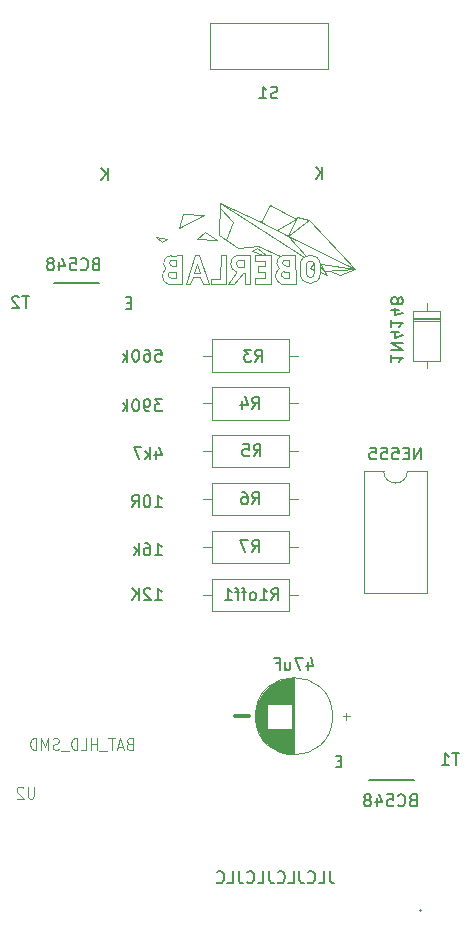
<source format=gbr>
%TF.GenerationSoftware,KiCad,Pcbnew,9.0.6*%
%TF.CreationDate,2025-11-24T07:47:15+01:00*%
%TF.ProjectId,Jo_Rabbit,4a6f5f52-6162-4626-9974-2e6b69636164,rev?*%
%TF.SameCoordinates,Original*%
%TF.FileFunction,Legend,Bot*%
%TF.FilePolarity,Positive*%
%FSLAX46Y46*%
G04 Gerber Fmt 4.6, Leading zero omitted, Abs format (unit mm)*
G04 Created by KiCad (PCBNEW 9.0.6) date 2025-11-24 07:47:15*
%MOMM*%
%LPD*%
G01*
G04 APERTURE LIST*
%ADD10C,0.150000*%
%ADD11C,0.300000*%
%ADD12C,0.050000*%
%ADD13C,0.120000*%
%ADD14C,0.010000*%
G04 APERTURE END LIST*
D10*
X124500000Y-147950000D02*
X128300000Y-147900000D01*
X97795000Y-105900000D02*
X101605000Y-105900000D01*
X106369429Y-128899819D02*
X106940857Y-128899819D01*
X106655143Y-128899819D02*
X106655143Y-127899819D01*
X106655143Y-127899819D02*
X106750381Y-128042676D01*
X106750381Y-128042676D02*
X106845619Y-128137914D01*
X106845619Y-128137914D02*
X106940857Y-128185533D01*
X105512286Y-127899819D02*
X105702762Y-127899819D01*
X105702762Y-127899819D02*
X105798000Y-127947438D01*
X105798000Y-127947438D02*
X105845619Y-127995057D01*
X105845619Y-127995057D02*
X105940857Y-128137914D01*
X105940857Y-128137914D02*
X105988476Y-128328390D01*
X105988476Y-128328390D02*
X105988476Y-128709342D01*
X105988476Y-128709342D02*
X105940857Y-128804580D01*
X105940857Y-128804580D02*
X105893238Y-128852200D01*
X105893238Y-128852200D02*
X105798000Y-128899819D01*
X105798000Y-128899819D02*
X105607524Y-128899819D01*
X105607524Y-128899819D02*
X105512286Y-128852200D01*
X105512286Y-128852200D02*
X105464667Y-128804580D01*
X105464667Y-128804580D02*
X105417048Y-128709342D01*
X105417048Y-128709342D02*
X105417048Y-128471247D01*
X105417048Y-128471247D02*
X105464667Y-128376009D01*
X105464667Y-128376009D02*
X105512286Y-128328390D01*
X105512286Y-128328390D02*
X105607524Y-128280771D01*
X105607524Y-128280771D02*
X105798000Y-128280771D01*
X105798000Y-128280771D02*
X105893238Y-128328390D01*
X105893238Y-128328390D02*
X105940857Y-128376009D01*
X105940857Y-128376009D02*
X105988476Y-128471247D01*
X104988476Y-128899819D02*
X104988476Y-127899819D01*
X104893238Y-128518866D02*
X104607524Y-128899819D01*
X104607524Y-128233152D02*
X104988476Y-128614104D01*
X102413220Y-97144819D02*
X102413220Y-96144819D01*
X101841792Y-97144819D02*
X102270363Y-96573390D01*
X101841792Y-96144819D02*
X102413220Y-96716247D01*
X122163220Y-146346009D02*
X121829887Y-146346009D01*
X121687030Y-146869819D02*
X122163220Y-146869819D01*
X122163220Y-146869819D02*
X122163220Y-145869819D01*
X122163220Y-145869819D02*
X121687030Y-145869819D01*
X95706077Y-106969819D02*
X95134649Y-106969819D01*
X95420363Y-107969819D02*
X95420363Y-106969819D01*
X94848934Y-107065057D02*
X94801315Y-107017438D01*
X94801315Y-107017438D02*
X94706077Y-106969819D01*
X94706077Y-106969819D02*
X94467982Y-106969819D01*
X94467982Y-106969819D02*
X94372744Y-107017438D01*
X94372744Y-107017438D02*
X94325125Y-107065057D01*
X94325125Y-107065057D02*
X94277506Y-107160295D01*
X94277506Y-107160295D02*
X94277506Y-107255533D01*
X94277506Y-107255533D02*
X94325125Y-107398390D01*
X94325125Y-107398390D02*
X94896553Y-107969819D01*
X94896553Y-107969819D02*
X94277506Y-107969819D01*
X132106077Y-145669819D02*
X131534649Y-145669819D01*
X131820363Y-146669819D02*
X131820363Y-145669819D01*
X130677506Y-146669819D02*
X131248934Y-146669819D01*
X130963220Y-146669819D02*
X130963220Y-145669819D01*
X130963220Y-145669819D02*
X131058458Y-145812676D01*
X131058458Y-145812676D02*
X131153696Y-145907914D01*
X131153696Y-145907914D02*
X131248934Y-145955533D01*
X104363220Y-107546009D02*
X104029887Y-107546009D01*
X103887030Y-108069819D02*
X104363220Y-108069819D01*
X104363220Y-108069819D02*
X104363220Y-107069819D01*
X104363220Y-107069819D02*
X103887030Y-107069819D01*
X126355180Y-111939411D02*
X126355180Y-112510839D01*
X126355180Y-112225125D02*
X127355180Y-112225125D01*
X127355180Y-112225125D02*
X127212323Y-112320363D01*
X127212323Y-112320363D02*
X127117085Y-112415601D01*
X127117085Y-112415601D02*
X127069466Y-112510839D01*
X126355180Y-111510839D02*
X127355180Y-111510839D01*
X127355180Y-111510839D02*
X126355180Y-110939411D01*
X126355180Y-110939411D02*
X127355180Y-110939411D01*
X127021847Y-110034649D02*
X126355180Y-110034649D01*
X127402800Y-110272744D02*
X126688514Y-110510839D01*
X126688514Y-110510839D02*
X126688514Y-109891792D01*
X126355180Y-108987030D02*
X126355180Y-109558458D01*
X126355180Y-109272744D02*
X127355180Y-109272744D01*
X127355180Y-109272744D02*
X127212323Y-109367982D01*
X127212323Y-109367982D02*
X127117085Y-109463220D01*
X127117085Y-109463220D02*
X127069466Y-109558458D01*
X127021847Y-108129887D02*
X126355180Y-108129887D01*
X127402800Y-108367982D02*
X126688514Y-108606077D01*
X126688514Y-108606077D02*
X126688514Y-107987030D01*
X126926609Y-107463220D02*
X126974228Y-107558458D01*
X126974228Y-107558458D02*
X127021847Y-107606077D01*
X127021847Y-107606077D02*
X127117085Y-107653696D01*
X127117085Y-107653696D02*
X127164704Y-107653696D01*
X127164704Y-107653696D02*
X127259942Y-107606077D01*
X127259942Y-107606077D02*
X127307561Y-107558458D01*
X127307561Y-107558458D02*
X127355180Y-107463220D01*
X127355180Y-107463220D02*
X127355180Y-107272744D01*
X127355180Y-107272744D02*
X127307561Y-107177506D01*
X127307561Y-107177506D02*
X127259942Y-107129887D01*
X127259942Y-107129887D02*
X127164704Y-107082268D01*
X127164704Y-107082268D02*
X127117085Y-107082268D01*
X127117085Y-107082268D02*
X127021847Y-107129887D01*
X127021847Y-107129887D02*
X126974228Y-107177506D01*
X126974228Y-107177506D02*
X126926609Y-107272744D01*
X126926609Y-107272744D02*
X126926609Y-107463220D01*
X126926609Y-107463220D02*
X126878990Y-107558458D01*
X126878990Y-107558458D02*
X126831371Y-107606077D01*
X126831371Y-107606077D02*
X126736133Y-107653696D01*
X126736133Y-107653696D02*
X126545657Y-107653696D01*
X126545657Y-107653696D02*
X126450419Y-107606077D01*
X126450419Y-107606077D02*
X126402800Y-107558458D01*
X126402800Y-107558458D02*
X126355180Y-107463220D01*
X126355180Y-107463220D02*
X126355180Y-107272744D01*
X126355180Y-107272744D02*
X126402800Y-107177506D01*
X126402800Y-107177506D02*
X126450419Y-107129887D01*
X126450419Y-107129887D02*
X126545657Y-107082268D01*
X126545657Y-107082268D02*
X126736133Y-107082268D01*
X126736133Y-107082268D02*
X126831371Y-107129887D01*
X126831371Y-107129887D02*
X126878990Y-107177506D01*
X126878990Y-107177506D02*
X126926609Y-107272744D01*
X121177506Y-155669819D02*
X121177506Y-156384104D01*
X121177506Y-156384104D02*
X121225125Y-156526961D01*
X121225125Y-156526961D02*
X121320363Y-156622200D01*
X121320363Y-156622200D02*
X121463220Y-156669819D01*
X121463220Y-156669819D02*
X121558458Y-156669819D01*
X120225125Y-156669819D02*
X120701315Y-156669819D01*
X120701315Y-156669819D02*
X120701315Y-155669819D01*
X119320363Y-156574580D02*
X119367982Y-156622200D01*
X119367982Y-156622200D02*
X119510839Y-156669819D01*
X119510839Y-156669819D02*
X119606077Y-156669819D01*
X119606077Y-156669819D02*
X119748934Y-156622200D01*
X119748934Y-156622200D02*
X119844172Y-156526961D01*
X119844172Y-156526961D02*
X119891791Y-156431723D01*
X119891791Y-156431723D02*
X119939410Y-156241247D01*
X119939410Y-156241247D02*
X119939410Y-156098390D01*
X119939410Y-156098390D02*
X119891791Y-155907914D01*
X119891791Y-155907914D02*
X119844172Y-155812676D01*
X119844172Y-155812676D02*
X119748934Y-155717438D01*
X119748934Y-155717438D02*
X119606077Y-155669819D01*
X119606077Y-155669819D02*
X119510839Y-155669819D01*
X119510839Y-155669819D02*
X119367982Y-155717438D01*
X119367982Y-155717438D02*
X119320363Y-155765057D01*
X118606077Y-155669819D02*
X118606077Y-156384104D01*
X118606077Y-156384104D02*
X118653696Y-156526961D01*
X118653696Y-156526961D02*
X118748934Y-156622200D01*
X118748934Y-156622200D02*
X118891791Y-156669819D01*
X118891791Y-156669819D02*
X118987029Y-156669819D01*
X117653696Y-156669819D02*
X118129886Y-156669819D01*
X118129886Y-156669819D02*
X118129886Y-155669819D01*
X116748934Y-156574580D02*
X116796553Y-156622200D01*
X116796553Y-156622200D02*
X116939410Y-156669819D01*
X116939410Y-156669819D02*
X117034648Y-156669819D01*
X117034648Y-156669819D02*
X117177505Y-156622200D01*
X117177505Y-156622200D02*
X117272743Y-156526961D01*
X117272743Y-156526961D02*
X117320362Y-156431723D01*
X117320362Y-156431723D02*
X117367981Y-156241247D01*
X117367981Y-156241247D02*
X117367981Y-156098390D01*
X117367981Y-156098390D02*
X117320362Y-155907914D01*
X117320362Y-155907914D02*
X117272743Y-155812676D01*
X117272743Y-155812676D02*
X117177505Y-155717438D01*
X117177505Y-155717438D02*
X117034648Y-155669819D01*
X117034648Y-155669819D02*
X116939410Y-155669819D01*
X116939410Y-155669819D02*
X116796553Y-155717438D01*
X116796553Y-155717438D02*
X116748934Y-155765057D01*
X116034648Y-155669819D02*
X116034648Y-156384104D01*
X116034648Y-156384104D02*
X116082267Y-156526961D01*
X116082267Y-156526961D02*
X116177505Y-156622200D01*
X116177505Y-156622200D02*
X116320362Y-156669819D01*
X116320362Y-156669819D02*
X116415600Y-156669819D01*
X115082267Y-156669819D02*
X115558457Y-156669819D01*
X115558457Y-156669819D02*
X115558457Y-155669819D01*
X114177505Y-156574580D02*
X114225124Y-156622200D01*
X114225124Y-156622200D02*
X114367981Y-156669819D01*
X114367981Y-156669819D02*
X114463219Y-156669819D01*
X114463219Y-156669819D02*
X114606076Y-156622200D01*
X114606076Y-156622200D02*
X114701314Y-156526961D01*
X114701314Y-156526961D02*
X114748933Y-156431723D01*
X114748933Y-156431723D02*
X114796552Y-156241247D01*
X114796552Y-156241247D02*
X114796552Y-156098390D01*
X114796552Y-156098390D02*
X114748933Y-155907914D01*
X114748933Y-155907914D02*
X114701314Y-155812676D01*
X114701314Y-155812676D02*
X114606076Y-155717438D01*
X114606076Y-155717438D02*
X114463219Y-155669819D01*
X114463219Y-155669819D02*
X114367981Y-155669819D01*
X114367981Y-155669819D02*
X114225124Y-155717438D01*
X114225124Y-155717438D02*
X114177505Y-155765057D01*
X113463219Y-155669819D02*
X113463219Y-156384104D01*
X113463219Y-156384104D02*
X113510838Y-156526961D01*
X113510838Y-156526961D02*
X113606076Y-156622200D01*
X113606076Y-156622200D02*
X113748933Y-156669819D01*
X113748933Y-156669819D02*
X113844171Y-156669819D01*
X112510838Y-156669819D02*
X112987028Y-156669819D01*
X112987028Y-156669819D02*
X112987028Y-155669819D01*
X111606076Y-156574580D02*
X111653695Y-156622200D01*
X111653695Y-156622200D02*
X111796552Y-156669819D01*
X111796552Y-156669819D02*
X111891790Y-156669819D01*
X111891790Y-156669819D02*
X112034647Y-156622200D01*
X112034647Y-156622200D02*
X112129885Y-156526961D01*
X112129885Y-156526961D02*
X112177504Y-156431723D01*
X112177504Y-156431723D02*
X112225123Y-156241247D01*
X112225123Y-156241247D02*
X112225123Y-156098390D01*
X112225123Y-156098390D02*
X112177504Y-155907914D01*
X112177504Y-155907914D02*
X112129885Y-155812676D01*
X112129885Y-155812676D02*
X112034647Y-155717438D01*
X112034647Y-155717438D02*
X111891790Y-155669819D01*
X111891790Y-155669819D02*
X111796552Y-155669819D01*
X111796552Y-155669819D02*
X111653695Y-155717438D01*
X111653695Y-155717438D02*
X111606076Y-155765057D01*
X101329887Y-104246009D02*
X101187030Y-104293628D01*
X101187030Y-104293628D02*
X101139411Y-104341247D01*
X101139411Y-104341247D02*
X101091792Y-104436485D01*
X101091792Y-104436485D02*
X101091792Y-104579342D01*
X101091792Y-104579342D02*
X101139411Y-104674580D01*
X101139411Y-104674580D02*
X101187030Y-104722200D01*
X101187030Y-104722200D02*
X101282268Y-104769819D01*
X101282268Y-104769819D02*
X101663220Y-104769819D01*
X101663220Y-104769819D02*
X101663220Y-103769819D01*
X101663220Y-103769819D02*
X101329887Y-103769819D01*
X101329887Y-103769819D02*
X101234649Y-103817438D01*
X101234649Y-103817438D02*
X101187030Y-103865057D01*
X101187030Y-103865057D02*
X101139411Y-103960295D01*
X101139411Y-103960295D02*
X101139411Y-104055533D01*
X101139411Y-104055533D02*
X101187030Y-104150771D01*
X101187030Y-104150771D02*
X101234649Y-104198390D01*
X101234649Y-104198390D02*
X101329887Y-104246009D01*
X101329887Y-104246009D02*
X101663220Y-104246009D01*
X100091792Y-104674580D02*
X100139411Y-104722200D01*
X100139411Y-104722200D02*
X100282268Y-104769819D01*
X100282268Y-104769819D02*
X100377506Y-104769819D01*
X100377506Y-104769819D02*
X100520363Y-104722200D01*
X100520363Y-104722200D02*
X100615601Y-104626961D01*
X100615601Y-104626961D02*
X100663220Y-104531723D01*
X100663220Y-104531723D02*
X100710839Y-104341247D01*
X100710839Y-104341247D02*
X100710839Y-104198390D01*
X100710839Y-104198390D02*
X100663220Y-104007914D01*
X100663220Y-104007914D02*
X100615601Y-103912676D01*
X100615601Y-103912676D02*
X100520363Y-103817438D01*
X100520363Y-103817438D02*
X100377506Y-103769819D01*
X100377506Y-103769819D02*
X100282268Y-103769819D01*
X100282268Y-103769819D02*
X100139411Y-103817438D01*
X100139411Y-103817438D02*
X100091792Y-103865057D01*
X99187030Y-103769819D02*
X99663220Y-103769819D01*
X99663220Y-103769819D02*
X99710839Y-104246009D01*
X99710839Y-104246009D02*
X99663220Y-104198390D01*
X99663220Y-104198390D02*
X99567982Y-104150771D01*
X99567982Y-104150771D02*
X99329887Y-104150771D01*
X99329887Y-104150771D02*
X99234649Y-104198390D01*
X99234649Y-104198390D02*
X99187030Y-104246009D01*
X99187030Y-104246009D02*
X99139411Y-104341247D01*
X99139411Y-104341247D02*
X99139411Y-104579342D01*
X99139411Y-104579342D02*
X99187030Y-104674580D01*
X99187030Y-104674580D02*
X99234649Y-104722200D01*
X99234649Y-104722200D02*
X99329887Y-104769819D01*
X99329887Y-104769819D02*
X99567982Y-104769819D01*
X99567982Y-104769819D02*
X99663220Y-104722200D01*
X99663220Y-104722200D02*
X99710839Y-104674580D01*
X98282268Y-104103152D02*
X98282268Y-104769819D01*
X98520363Y-103722200D02*
X98758458Y-104436485D01*
X98758458Y-104436485D02*
X98139411Y-104436485D01*
X97615601Y-104198390D02*
X97710839Y-104150771D01*
X97710839Y-104150771D02*
X97758458Y-104103152D01*
X97758458Y-104103152D02*
X97806077Y-104007914D01*
X97806077Y-104007914D02*
X97806077Y-103960295D01*
X97806077Y-103960295D02*
X97758458Y-103865057D01*
X97758458Y-103865057D02*
X97710839Y-103817438D01*
X97710839Y-103817438D02*
X97615601Y-103769819D01*
X97615601Y-103769819D02*
X97425125Y-103769819D01*
X97425125Y-103769819D02*
X97329887Y-103817438D01*
X97329887Y-103817438D02*
X97282268Y-103865057D01*
X97282268Y-103865057D02*
X97234649Y-103960295D01*
X97234649Y-103960295D02*
X97234649Y-104007914D01*
X97234649Y-104007914D02*
X97282268Y-104103152D01*
X97282268Y-104103152D02*
X97329887Y-104150771D01*
X97329887Y-104150771D02*
X97425125Y-104198390D01*
X97425125Y-104198390D02*
X97615601Y-104198390D01*
X97615601Y-104198390D02*
X97710839Y-104246009D01*
X97710839Y-104246009D02*
X97758458Y-104293628D01*
X97758458Y-104293628D02*
X97806077Y-104388866D01*
X97806077Y-104388866D02*
X97806077Y-104579342D01*
X97806077Y-104579342D02*
X97758458Y-104674580D01*
X97758458Y-104674580D02*
X97710839Y-104722200D01*
X97710839Y-104722200D02*
X97615601Y-104769819D01*
X97615601Y-104769819D02*
X97425125Y-104769819D01*
X97425125Y-104769819D02*
X97329887Y-104722200D01*
X97329887Y-104722200D02*
X97282268Y-104674580D01*
X97282268Y-104674580D02*
X97234649Y-104579342D01*
X97234649Y-104579342D02*
X97234649Y-104388866D01*
X97234649Y-104388866D02*
X97282268Y-104293628D01*
X97282268Y-104293628D02*
X97329887Y-104246009D01*
X97329887Y-104246009D02*
X97425125Y-104198390D01*
X120538220Y-97069819D02*
X120538220Y-96069819D01*
X119966792Y-97069819D02*
X120395363Y-96498390D01*
X119966792Y-96069819D02*
X120538220Y-96641247D01*
D11*
X114295489Y-142529400D02*
X113152632Y-142529400D01*
D10*
X128185887Y-149644009D02*
X128043030Y-149691628D01*
X128043030Y-149691628D02*
X127995411Y-149739247D01*
X127995411Y-149739247D02*
X127947792Y-149834485D01*
X127947792Y-149834485D02*
X127947792Y-149977342D01*
X127947792Y-149977342D02*
X127995411Y-150072580D01*
X127995411Y-150072580D02*
X128043030Y-150120200D01*
X128043030Y-150120200D02*
X128138268Y-150167819D01*
X128138268Y-150167819D02*
X128519220Y-150167819D01*
X128519220Y-150167819D02*
X128519220Y-149167819D01*
X128519220Y-149167819D02*
X128185887Y-149167819D01*
X128185887Y-149167819D02*
X128090649Y-149215438D01*
X128090649Y-149215438D02*
X128043030Y-149263057D01*
X128043030Y-149263057D02*
X127995411Y-149358295D01*
X127995411Y-149358295D02*
X127995411Y-149453533D01*
X127995411Y-149453533D02*
X128043030Y-149548771D01*
X128043030Y-149548771D02*
X128090649Y-149596390D01*
X128090649Y-149596390D02*
X128185887Y-149644009D01*
X128185887Y-149644009D02*
X128519220Y-149644009D01*
X126947792Y-150072580D02*
X126995411Y-150120200D01*
X126995411Y-150120200D02*
X127138268Y-150167819D01*
X127138268Y-150167819D02*
X127233506Y-150167819D01*
X127233506Y-150167819D02*
X127376363Y-150120200D01*
X127376363Y-150120200D02*
X127471601Y-150024961D01*
X127471601Y-150024961D02*
X127519220Y-149929723D01*
X127519220Y-149929723D02*
X127566839Y-149739247D01*
X127566839Y-149739247D02*
X127566839Y-149596390D01*
X127566839Y-149596390D02*
X127519220Y-149405914D01*
X127519220Y-149405914D02*
X127471601Y-149310676D01*
X127471601Y-149310676D02*
X127376363Y-149215438D01*
X127376363Y-149215438D02*
X127233506Y-149167819D01*
X127233506Y-149167819D02*
X127138268Y-149167819D01*
X127138268Y-149167819D02*
X126995411Y-149215438D01*
X126995411Y-149215438D02*
X126947792Y-149263057D01*
X126043030Y-149167819D02*
X126519220Y-149167819D01*
X126519220Y-149167819D02*
X126566839Y-149644009D01*
X126566839Y-149644009D02*
X126519220Y-149596390D01*
X126519220Y-149596390D02*
X126423982Y-149548771D01*
X126423982Y-149548771D02*
X126185887Y-149548771D01*
X126185887Y-149548771D02*
X126090649Y-149596390D01*
X126090649Y-149596390D02*
X126043030Y-149644009D01*
X126043030Y-149644009D02*
X125995411Y-149739247D01*
X125995411Y-149739247D02*
X125995411Y-149977342D01*
X125995411Y-149977342D02*
X126043030Y-150072580D01*
X126043030Y-150072580D02*
X126090649Y-150120200D01*
X126090649Y-150120200D02*
X126185887Y-150167819D01*
X126185887Y-150167819D02*
X126423982Y-150167819D01*
X126423982Y-150167819D02*
X126519220Y-150120200D01*
X126519220Y-150120200D02*
X126566839Y-150072580D01*
X125138268Y-149501152D02*
X125138268Y-150167819D01*
X125376363Y-149120200D02*
X125614458Y-149834485D01*
X125614458Y-149834485D02*
X124995411Y-149834485D01*
X124471601Y-149596390D02*
X124566839Y-149548771D01*
X124566839Y-149548771D02*
X124614458Y-149501152D01*
X124614458Y-149501152D02*
X124662077Y-149405914D01*
X124662077Y-149405914D02*
X124662077Y-149358295D01*
X124662077Y-149358295D02*
X124614458Y-149263057D01*
X124614458Y-149263057D02*
X124566839Y-149215438D01*
X124566839Y-149215438D02*
X124471601Y-149167819D01*
X124471601Y-149167819D02*
X124281125Y-149167819D01*
X124281125Y-149167819D02*
X124185887Y-149215438D01*
X124185887Y-149215438D02*
X124138268Y-149263057D01*
X124138268Y-149263057D02*
X124090649Y-149358295D01*
X124090649Y-149358295D02*
X124090649Y-149405914D01*
X124090649Y-149405914D02*
X124138268Y-149501152D01*
X124138268Y-149501152D02*
X124185887Y-149548771D01*
X124185887Y-149548771D02*
X124281125Y-149596390D01*
X124281125Y-149596390D02*
X124471601Y-149596390D01*
X124471601Y-149596390D02*
X124566839Y-149644009D01*
X124566839Y-149644009D02*
X124614458Y-149691628D01*
X124614458Y-149691628D02*
X124662077Y-149786866D01*
X124662077Y-149786866D02*
X124662077Y-149977342D01*
X124662077Y-149977342D02*
X124614458Y-150072580D01*
X124614458Y-150072580D02*
X124566839Y-150120200D01*
X124566839Y-150120200D02*
X124471601Y-150167819D01*
X124471601Y-150167819D02*
X124281125Y-150167819D01*
X124281125Y-150167819D02*
X124185887Y-150120200D01*
X124185887Y-150120200D02*
X124138268Y-150072580D01*
X124138268Y-150072580D02*
X124090649Y-149977342D01*
X124090649Y-149977342D02*
X124090649Y-149786866D01*
X124090649Y-149786866D02*
X124138268Y-149691628D01*
X124138268Y-149691628D02*
X124185887Y-149644009D01*
X124185887Y-149644009D02*
X124281125Y-149596390D01*
X116727904Y-90180200D02*
X116585047Y-90227819D01*
X116585047Y-90227819D02*
X116346952Y-90227819D01*
X116346952Y-90227819D02*
X116251714Y-90180200D01*
X116251714Y-90180200D02*
X116204095Y-90132580D01*
X116204095Y-90132580D02*
X116156476Y-90037342D01*
X116156476Y-90037342D02*
X116156476Y-89942104D01*
X116156476Y-89942104D02*
X116204095Y-89846866D01*
X116204095Y-89846866D02*
X116251714Y-89799247D01*
X116251714Y-89799247D02*
X116346952Y-89751628D01*
X116346952Y-89751628D02*
X116537428Y-89704009D01*
X116537428Y-89704009D02*
X116632666Y-89656390D01*
X116632666Y-89656390D02*
X116680285Y-89608771D01*
X116680285Y-89608771D02*
X116727904Y-89513533D01*
X116727904Y-89513533D02*
X116727904Y-89418295D01*
X116727904Y-89418295D02*
X116680285Y-89323057D01*
X116680285Y-89323057D02*
X116632666Y-89275438D01*
X116632666Y-89275438D02*
X116537428Y-89227819D01*
X116537428Y-89227819D02*
X116299333Y-89227819D01*
X116299333Y-89227819D02*
X116156476Y-89275438D01*
X115204095Y-90227819D02*
X115775523Y-90227819D01*
X115489809Y-90227819D02*
X115489809Y-89227819D01*
X115489809Y-89227819D02*
X115585047Y-89370676D01*
X115585047Y-89370676D02*
X115680285Y-89465914D01*
X115680285Y-89465914D02*
X115775523Y-89513533D01*
X116235667Y-132709819D02*
X116569000Y-132233628D01*
X116807095Y-132709819D02*
X116807095Y-131709819D01*
X116807095Y-131709819D02*
X116426143Y-131709819D01*
X116426143Y-131709819D02*
X116330905Y-131757438D01*
X116330905Y-131757438D02*
X116283286Y-131805057D01*
X116283286Y-131805057D02*
X116235667Y-131900295D01*
X116235667Y-131900295D02*
X116235667Y-132043152D01*
X116235667Y-132043152D02*
X116283286Y-132138390D01*
X116283286Y-132138390D02*
X116330905Y-132186009D01*
X116330905Y-132186009D02*
X116426143Y-132233628D01*
X116426143Y-132233628D02*
X116807095Y-132233628D01*
X115283286Y-132709819D02*
X115854714Y-132709819D01*
X115569000Y-132709819D02*
X115569000Y-131709819D01*
X115569000Y-131709819D02*
X115664238Y-131852676D01*
X115664238Y-131852676D02*
X115759476Y-131947914D01*
X115759476Y-131947914D02*
X115854714Y-131995533D01*
X114711857Y-132709819D02*
X114807095Y-132662200D01*
X114807095Y-132662200D02*
X114854714Y-132614580D01*
X114854714Y-132614580D02*
X114902333Y-132519342D01*
X114902333Y-132519342D02*
X114902333Y-132233628D01*
X114902333Y-132233628D02*
X114854714Y-132138390D01*
X114854714Y-132138390D02*
X114807095Y-132090771D01*
X114807095Y-132090771D02*
X114711857Y-132043152D01*
X114711857Y-132043152D02*
X114569000Y-132043152D01*
X114569000Y-132043152D02*
X114473762Y-132090771D01*
X114473762Y-132090771D02*
X114426143Y-132138390D01*
X114426143Y-132138390D02*
X114378524Y-132233628D01*
X114378524Y-132233628D02*
X114378524Y-132519342D01*
X114378524Y-132519342D02*
X114426143Y-132614580D01*
X114426143Y-132614580D02*
X114473762Y-132662200D01*
X114473762Y-132662200D02*
X114569000Y-132709819D01*
X114569000Y-132709819D02*
X114711857Y-132709819D01*
X114092809Y-132043152D02*
X113711857Y-132043152D01*
X113949952Y-132709819D02*
X113949952Y-131852676D01*
X113949952Y-131852676D02*
X113902333Y-131757438D01*
X113902333Y-131757438D02*
X113807095Y-131709819D01*
X113807095Y-131709819D02*
X113711857Y-131709819D01*
X113521380Y-132043152D02*
X113140428Y-132043152D01*
X113378523Y-132709819D02*
X113378523Y-131852676D01*
X113378523Y-131852676D02*
X113330904Y-131757438D01*
X113330904Y-131757438D02*
X113235666Y-131709819D01*
X113235666Y-131709819D02*
X113140428Y-131709819D01*
X112283285Y-132709819D02*
X112854713Y-132709819D01*
X112568999Y-132709819D02*
X112568999Y-131709819D01*
X112568999Y-131709819D02*
X112664237Y-131852676D01*
X112664237Y-131852676D02*
X112759475Y-131947914D01*
X112759475Y-131947914D02*
X112854713Y-131995533D01*
X106369429Y-132709819D02*
X106940857Y-132709819D01*
X106655143Y-132709819D02*
X106655143Y-131709819D01*
X106655143Y-131709819D02*
X106750381Y-131852676D01*
X106750381Y-131852676D02*
X106845619Y-131947914D01*
X106845619Y-131947914D02*
X106940857Y-131995533D01*
X105988476Y-131805057D02*
X105940857Y-131757438D01*
X105940857Y-131757438D02*
X105845619Y-131709819D01*
X105845619Y-131709819D02*
X105607524Y-131709819D01*
X105607524Y-131709819D02*
X105512286Y-131757438D01*
X105512286Y-131757438D02*
X105464667Y-131805057D01*
X105464667Y-131805057D02*
X105417048Y-131900295D01*
X105417048Y-131900295D02*
X105417048Y-131995533D01*
X105417048Y-131995533D02*
X105464667Y-132138390D01*
X105464667Y-132138390D02*
X106036095Y-132709819D01*
X106036095Y-132709819D02*
X105417048Y-132709819D01*
X104988476Y-132709819D02*
X104988476Y-131709819D01*
X104417048Y-132709819D02*
X104845619Y-132138390D01*
X104417048Y-131709819D02*
X104988476Y-132281247D01*
X114735666Y-120517819D02*
X115068999Y-120041628D01*
X115307094Y-120517819D02*
X115307094Y-119517819D01*
X115307094Y-119517819D02*
X114926142Y-119517819D01*
X114926142Y-119517819D02*
X114830904Y-119565438D01*
X114830904Y-119565438D02*
X114783285Y-119613057D01*
X114783285Y-119613057D02*
X114735666Y-119708295D01*
X114735666Y-119708295D02*
X114735666Y-119851152D01*
X114735666Y-119851152D02*
X114783285Y-119946390D01*
X114783285Y-119946390D02*
X114830904Y-119994009D01*
X114830904Y-119994009D02*
X114926142Y-120041628D01*
X114926142Y-120041628D02*
X115307094Y-120041628D01*
X113830904Y-119517819D02*
X114307094Y-119517819D01*
X114307094Y-119517819D02*
X114354713Y-119994009D01*
X114354713Y-119994009D02*
X114307094Y-119946390D01*
X114307094Y-119946390D02*
X114211856Y-119898771D01*
X114211856Y-119898771D02*
X113973761Y-119898771D01*
X113973761Y-119898771D02*
X113878523Y-119946390D01*
X113878523Y-119946390D02*
X113830904Y-119994009D01*
X113830904Y-119994009D02*
X113783285Y-120089247D01*
X113783285Y-120089247D02*
X113783285Y-120327342D01*
X113783285Y-120327342D02*
X113830904Y-120422580D01*
X113830904Y-120422580D02*
X113878523Y-120470200D01*
X113878523Y-120470200D02*
X113973761Y-120517819D01*
X113973761Y-120517819D02*
X114211856Y-120517819D01*
X114211856Y-120517819D02*
X114307094Y-120470200D01*
X114307094Y-120470200D02*
X114354713Y-120422580D01*
X106464667Y-120105152D02*
X106464667Y-120771819D01*
X106702762Y-119724200D02*
X106940857Y-120438485D01*
X106940857Y-120438485D02*
X106321810Y-120438485D01*
X105940857Y-120771819D02*
X105940857Y-119771819D01*
X105845619Y-120390866D02*
X105559905Y-120771819D01*
X105559905Y-120105152D02*
X105940857Y-120486104D01*
X105226571Y-119771819D02*
X104559905Y-119771819D01*
X104559905Y-119771819D02*
X104988476Y-120771819D01*
X106988475Y-115707819D02*
X106369428Y-115707819D01*
X106369428Y-115707819D02*
X106702761Y-116088771D01*
X106702761Y-116088771D02*
X106559904Y-116088771D01*
X106559904Y-116088771D02*
X106464666Y-116136390D01*
X106464666Y-116136390D02*
X106417047Y-116184009D01*
X106417047Y-116184009D02*
X106369428Y-116279247D01*
X106369428Y-116279247D02*
X106369428Y-116517342D01*
X106369428Y-116517342D02*
X106417047Y-116612580D01*
X106417047Y-116612580D02*
X106464666Y-116660200D01*
X106464666Y-116660200D02*
X106559904Y-116707819D01*
X106559904Y-116707819D02*
X106845618Y-116707819D01*
X106845618Y-116707819D02*
X106940856Y-116660200D01*
X106940856Y-116660200D02*
X106988475Y-116612580D01*
X105893237Y-116707819D02*
X105702761Y-116707819D01*
X105702761Y-116707819D02*
X105607523Y-116660200D01*
X105607523Y-116660200D02*
X105559904Y-116612580D01*
X105559904Y-116612580D02*
X105464666Y-116469723D01*
X105464666Y-116469723D02*
X105417047Y-116279247D01*
X105417047Y-116279247D02*
X105417047Y-115898295D01*
X105417047Y-115898295D02*
X105464666Y-115803057D01*
X105464666Y-115803057D02*
X105512285Y-115755438D01*
X105512285Y-115755438D02*
X105607523Y-115707819D01*
X105607523Y-115707819D02*
X105797999Y-115707819D01*
X105797999Y-115707819D02*
X105893237Y-115755438D01*
X105893237Y-115755438D02*
X105940856Y-115803057D01*
X105940856Y-115803057D02*
X105988475Y-115898295D01*
X105988475Y-115898295D02*
X105988475Y-116136390D01*
X105988475Y-116136390D02*
X105940856Y-116231628D01*
X105940856Y-116231628D02*
X105893237Y-116279247D01*
X105893237Y-116279247D02*
X105797999Y-116326866D01*
X105797999Y-116326866D02*
X105607523Y-116326866D01*
X105607523Y-116326866D02*
X105512285Y-116279247D01*
X105512285Y-116279247D02*
X105464666Y-116231628D01*
X105464666Y-116231628D02*
X105417047Y-116136390D01*
X104797999Y-115707819D02*
X104702761Y-115707819D01*
X104702761Y-115707819D02*
X104607523Y-115755438D01*
X104607523Y-115755438D02*
X104559904Y-115803057D01*
X104559904Y-115803057D02*
X104512285Y-115898295D01*
X104512285Y-115898295D02*
X104464666Y-116088771D01*
X104464666Y-116088771D02*
X104464666Y-116326866D01*
X104464666Y-116326866D02*
X104512285Y-116517342D01*
X104512285Y-116517342D02*
X104559904Y-116612580D01*
X104559904Y-116612580D02*
X104607523Y-116660200D01*
X104607523Y-116660200D02*
X104702761Y-116707819D01*
X104702761Y-116707819D02*
X104797999Y-116707819D01*
X104797999Y-116707819D02*
X104893237Y-116660200D01*
X104893237Y-116660200D02*
X104940856Y-116612580D01*
X104940856Y-116612580D02*
X104988475Y-116517342D01*
X104988475Y-116517342D02*
X105036094Y-116326866D01*
X105036094Y-116326866D02*
X105036094Y-116088771D01*
X105036094Y-116088771D02*
X104988475Y-115898295D01*
X104988475Y-115898295D02*
X104940856Y-115803057D01*
X104940856Y-115803057D02*
X104893237Y-115755438D01*
X104893237Y-115755438D02*
X104797999Y-115707819D01*
X104036094Y-116707819D02*
X104036094Y-115707819D01*
X103940856Y-116326866D02*
X103655142Y-116707819D01*
X103655142Y-116041152D02*
X104036094Y-116422104D01*
X114608666Y-116509819D02*
X114941999Y-116033628D01*
X115180094Y-116509819D02*
X115180094Y-115509819D01*
X115180094Y-115509819D02*
X114799142Y-115509819D01*
X114799142Y-115509819D02*
X114703904Y-115557438D01*
X114703904Y-115557438D02*
X114656285Y-115605057D01*
X114656285Y-115605057D02*
X114608666Y-115700295D01*
X114608666Y-115700295D02*
X114608666Y-115843152D01*
X114608666Y-115843152D02*
X114656285Y-115938390D01*
X114656285Y-115938390D02*
X114703904Y-115986009D01*
X114703904Y-115986009D02*
X114799142Y-116033628D01*
X114799142Y-116033628D02*
X115180094Y-116033628D01*
X113751523Y-115843152D02*
X113751523Y-116509819D01*
X113989618Y-115462200D02*
X114227713Y-116176485D01*
X114227713Y-116176485D02*
X113608666Y-116176485D01*
X114608666Y-124581819D02*
X114941999Y-124105628D01*
X115180094Y-124581819D02*
X115180094Y-123581819D01*
X115180094Y-123581819D02*
X114799142Y-123581819D01*
X114799142Y-123581819D02*
X114703904Y-123629438D01*
X114703904Y-123629438D02*
X114656285Y-123677057D01*
X114656285Y-123677057D02*
X114608666Y-123772295D01*
X114608666Y-123772295D02*
X114608666Y-123915152D01*
X114608666Y-123915152D02*
X114656285Y-124010390D01*
X114656285Y-124010390D02*
X114703904Y-124058009D01*
X114703904Y-124058009D02*
X114799142Y-124105628D01*
X114799142Y-124105628D02*
X115180094Y-124105628D01*
X113751523Y-123581819D02*
X113941999Y-123581819D01*
X113941999Y-123581819D02*
X114037237Y-123629438D01*
X114037237Y-123629438D02*
X114084856Y-123677057D01*
X114084856Y-123677057D02*
X114180094Y-123819914D01*
X114180094Y-123819914D02*
X114227713Y-124010390D01*
X114227713Y-124010390D02*
X114227713Y-124391342D01*
X114227713Y-124391342D02*
X114180094Y-124486580D01*
X114180094Y-124486580D02*
X114132475Y-124534200D01*
X114132475Y-124534200D02*
X114037237Y-124581819D01*
X114037237Y-124581819D02*
X113846761Y-124581819D01*
X113846761Y-124581819D02*
X113751523Y-124534200D01*
X113751523Y-124534200D02*
X113703904Y-124486580D01*
X113703904Y-124486580D02*
X113656285Y-124391342D01*
X113656285Y-124391342D02*
X113656285Y-124153247D01*
X113656285Y-124153247D02*
X113703904Y-124058009D01*
X113703904Y-124058009D02*
X113751523Y-124010390D01*
X113751523Y-124010390D02*
X113846761Y-123962771D01*
X113846761Y-123962771D02*
X114037237Y-123962771D01*
X114037237Y-123962771D02*
X114132475Y-124010390D01*
X114132475Y-124010390D02*
X114180094Y-124058009D01*
X114180094Y-124058009D02*
X114227713Y-124153247D01*
X106369429Y-124835819D02*
X106940857Y-124835819D01*
X106655143Y-124835819D02*
X106655143Y-123835819D01*
X106655143Y-123835819D02*
X106750381Y-123978676D01*
X106750381Y-123978676D02*
X106845619Y-124073914D01*
X106845619Y-124073914D02*
X106940857Y-124121533D01*
X105750381Y-123835819D02*
X105655143Y-123835819D01*
X105655143Y-123835819D02*
X105559905Y-123883438D01*
X105559905Y-123883438D02*
X105512286Y-123931057D01*
X105512286Y-123931057D02*
X105464667Y-124026295D01*
X105464667Y-124026295D02*
X105417048Y-124216771D01*
X105417048Y-124216771D02*
X105417048Y-124454866D01*
X105417048Y-124454866D02*
X105464667Y-124645342D01*
X105464667Y-124645342D02*
X105512286Y-124740580D01*
X105512286Y-124740580D02*
X105559905Y-124788200D01*
X105559905Y-124788200D02*
X105655143Y-124835819D01*
X105655143Y-124835819D02*
X105750381Y-124835819D01*
X105750381Y-124835819D02*
X105845619Y-124788200D01*
X105845619Y-124788200D02*
X105893238Y-124740580D01*
X105893238Y-124740580D02*
X105940857Y-124645342D01*
X105940857Y-124645342D02*
X105988476Y-124454866D01*
X105988476Y-124454866D02*
X105988476Y-124216771D01*
X105988476Y-124216771D02*
X105940857Y-124026295D01*
X105940857Y-124026295D02*
X105893238Y-123931057D01*
X105893238Y-123931057D02*
X105845619Y-123883438D01*
X105845619Y-123883438D02*
X105750381Y-123835819D01*
X104417048Y-124835819D02*
X104750381Y-124359628D01*
X104988476Y-124835819D02*
X104988476Y-123835819D01*
X104988476Y-123835819D02*
X104607524Y-123835819D01*
X104607524Y-123835819D02*
X104512286Y-123883438D01*
X104512286Y-123883438D02*
X104464667Y-123931057D01*
X104464667Y-123931057D02*
X104417048Y-124026295D01*
X104417048Y-124026295D02*
X104417048Y-124169152D01*
X104417048Y-124169152D02*
X104464667Y-124264390D01*
X104464667Y-124264390D02*
X104512286Y-124312009D01*
X104512286Y-124312009D02*
X104607524Y-124359628D01*
X104607524Y-124359628D02*
X104988476Y-124359628D01*
D12*
X96101714Y-148515019D02*
X96101714Y-149324542D01*
X96101714Y-149324542D02*
X96058857Y-149419780D01*
X96058857Y-149419780D02*
X96016000Y-149467400D01*
X96016000Y-149467400D02*
X95930285Y-149515019D01*
X95930285Y-149515019D02*
X95758857Y-149515019D01*
X95758857Y-149515019D02*
X95673142Y-149467400D01*
X95673142Y-149467400D02*
X95630285Y-149419780D01*
X95630285Y-149419780D02*
X95587428Y-149324542D01*
X95587428Y-149324542D02*
X95587428Y-148515019D01*
X95201714Y-148610257D02*
X95158857Y-148562638D01*
X95158857Y-148562638D02*
X95073143Y-148515019D01*
X95073143Y-148515019D02*
X94858857Y-148515019D01*
X94858857Y-148515019D02*
X94773143Y-148562638D01*
X94773143Y-148562638D02*
X94730285Y-148610257D01*
X94730285Y-148610257D02*
X94687428Y-148705495D01*
X94687428Y-148705495D02*
X94687428Y-148800733D01*
X94687428Y-148800733D02*
X94730285Y-148943590D01*
X94730285Y-148943590D02*
X95244571Y-149515019D01*
X95244571Y-149515019D02*
X94687428Y-149515019D01*
X104194570Y-144871209D02*
X104065998Y-144918828D01*
X104065998Y-144918828D02*
X104023141Y-144966447D01*
X104023141Y-144966447D02*
X103980284Y-145061685D01*
X103980284Y-145061685D02*
X103980284Y-145204542D01*
X103980284Y-145204542D02*
X104023141Y-145299780D01*
X104023141Y-145299780D02*
X104065998Y-145347400D01*
X104065998Y-145347400D02*
X104151713Y-145395019D01*
X104151713Y-145395019D02*
X104494570Y-145395019D01*
X104494570Y-145395019D02*
X104494570Y-144395019D01*
X104494570Y-144395019D02*
X104194570Y-144395019D01*
X104194570Y-144395019D02*
X104108856Y-144442638D01*
X104108856Y-144442638D02*
X104065998Y-144490257D01*
X104065998Y-144490257D02*
X104023141Y-144585495D01*
X104023141Y-144585495D02*
X104023141Y-144680733D01*
X104023141Y-144680733D02*
X104065998Y-144775971D01*
X104065998Y-144775971D02*
X104108856Y-144823590D01*
X104108856Y-144823590D02*
X104194570Y-144871209D01*
X104194570Y-144871209D02*
X104494570Y-144871209D01*
X103637427Y-145109304D02*
X103208856Y-145109304D01*
X103723141Y-145395019D02*
X103423141Y-144395019D01*
X103423141Y-144395019D02*
X103123141Y-145395019D01*
X102951712Y-144395019D02*
X102437427Y-144395019D01*
X102694569Y-145395019D02*
X102694569Y-144395019D01*
X102351713Y-145490257D02*
X101665998Y-145490257D01*
X101451713Y-145395019D02*
X101451713Y-144395019D01*
X101451713Y-144871209D02*
X100937427Y-144871209D01*
X100937427Y-145395019D02*
X100937427Y-144395019D01*
X100080284Y-145395019D02*
X100508856Y-145395019D01*
X100508856Y-145395019D02*
X100508856Y-144395019D01*
X99780285Y-145395019D02*
X99780285Y-144395019D01*
X99780285Y-144395019D02*
X99565999Y-144395019D01*
X99565999Y-144395019D02*
X99437428Y-144442638D01*
X99437428Y-144442638D02*
X99351713Y-144537876D01*
X99351713Y-144537876D02*
X99308856Y-144633114D01*
X99308856Y-144633114D02*
X99265999Y-144823590D01*
X99265999Y-144823590D02*
X99265999Y-144966447D01*
X99265999Y-144966447D02*
X99308856Y-145156923D01*
X99308856Y-145156923D02*
X99351713Y-145252161D01*
X99351713Y-145252161D02*
X99437428Y-145347400D01*
X99437428Y-145347400D02*
X99565999Y-145395019D01*
X99565999Y-145395019D02*
X99780285Y-145395019D01*
X99094571Y-145490257D02*
X98408856Y-145490257D01*
X98237428Y-145347400D02*
X98108857Y-145395019D01*
X98108857Y-145395019D02*
X97894571Y-145395019D01*
X97894571Y-145395019D02*
X97808857Y-145347400D01*
X97808857Y-145347400D02*
X97765999Y-145299780D01*
X97765999Y-145299780D02*
X97723142Y-145204542D01*
X97723142Y-145204542D02*
X97723142Y-145109304D01*
X97723142Y-145109304D02*
X97765999Y-145014066D01*
X97765999Y-145014066D02*
X97808857Y-144966447D01*
X97808857Y-144966447D02*
X97894571Y-144918828D01*
X97894571Y-144918828D02*
X98065999Y-144871209D01*
X98065999Y-144871209D02*
X98151714Y-144823590D01*
X98151714Y-144823590D02*
X98194571Y-144775971D01*
X98194571Y-144775971D02*
X98237428Y-144680733D01*
X98237428Y-144680733D02*
X98237428Y-144585495D01*
X98237428Y-144585495D02*
X98194571Y-144490257D01*
X98194571Y-144490257D02*
X98151714Y-144442638D01*
X98151714Y-144442638D02*
X98065999Y-144395019D01*
X98065999Y-144395019D02*
X97851714Y-144395019D01*
X97851714Y-144395019D02*
X97723142Y-144442638D01*
X97337428Y-145395019D02*
X97337428Y-144395019D01*
X97337428Y-144395019D02*
X97037428Y-145109304D01*
X97037428Y-145109304D02*
X96737428Y-144395019D01*
X96737428Y-144395019D02*
X96737428Y-145395019D01*
X96308857Y-145395019D02*
X96308857Y-144395019D01*
X96308857Y-144395019D02*
X96094571Y-144395019D01*
X96094571Y-144395019D02*
X95966000Y-144442638D01*
X95966000Y-144442638D02*
X95880285Y-144537876D01*
X95880285Y-144537876D02*
X95837428Y-144633114D01*
X95837428Y-144633114D02*
X95794571Y-144823590D01*
X95794571Y-144823590D02*
X95794571Y-144966447D01*
X95794571Y-144966447D02*
X95837428Y-145156923D01*
X95837428Y-145156923D02*
X95880285Y-145252161D01*
X95880285Y-145252161D02*
X95966000Y-145347400D01*
X95966000Y-145347400D02*
X96094571Y-145395019D01*
X96094571Y-145395019D02*
X96308857Y-145395019D01*
D10*
X106417047Y-111516819D02*
X106893237Y-111516819D01*
X106893237Y-111516819D02*
X106940856Y-111993009D01*
X106940856Y-111993009D02*
X106893237Y-111945390D01*
X106893237Y-111945390D02*
X106797999Y-111897771D01*
X106797999Y-111897771D02*
X106559904Y-111897771D01*
X106559904Y-111897771D02*
X106464666Y-111945390D01*
X106464666Y-111945390D02*
X106417047Y-111993009D01*
X106417047Y-111993009D02*
X106369428Y-112088247D01*
X106369428Y-112088247D02*
X106369428Y-112326342D01*
X106369428Y-112326342D02*
X106417047Y-112421580D01*
X106417047Y-112421580D02*
X106464666Y-112469200D01*
X106464666Y-112469200D02*
X106559904Y-112516819D01*
X106559904Y-112516819D02*
X106797999Y-112516819D01*
X106797999Y-112516819D02*
X106893237Y-112469200D01*
X106893237Y-112469200D02*
X106940856Y-112421580D01*
X105512285Y-111516819D02*
X105702761Y-111516819D01*
X105702761Y-111516819D02*
X105797999Y-111564438D01*
X105797999Y-111564438D02*
X105845618Y-111612057D01*
X105845618Y-111612057D02*
X105940856Y-111754914D01*
X105940856Y-111754914D02*
X105988475Y-111945390D01*
X105988475Y-111945390D02*
X105988475Y-112326342D01*
X105988475Y-112326342D02*
X105940856Y-112421580D01*
X105940856Y-112421580D02*
X105893237Y-112469200D01*
X105893237Y-112469200D02*
X105797999Y-112516819D01*
X105797999Y-112516819D02*
X105607523Y-112516819D01*
X105607523Y-112516819D02*
X105512285Y-112469200D01*
X105512285Y-112469200D02*
X105464666Y-112421580D01*
X105464666Y-112421580D02*
X105417047Y-112326342D01*
X105417047Y-112326342D02*
X105417047Y-112088247D01*
X105417047Y-112088247D02*
X105464666Y-111993009D01*
X105464666Y-111993009D02*
X105512285Y-111945390D01*
X105512285Y-111945390D02*
X105607523Y-111897771D01*
X105607523Y-111897771D02*
X105797999Y-111897771D01*
X105797999Y-111897771D02*
X105893237Y-111945390D01*
X105893237Y-111945390D02*
X105940856Y-111993009D01*
X105940856Y-111993009D02*
X105988475Y-112088247D01*
X104797999Y-111516819D02*
X104702761Y-111516819D01*
X104702761Y-111516819D02*
X104607523Y-111564438D01*
X104607523Y-111564438D02*
X104559904Y-111612057D01*
X104559904Y-111612057D02*
X104512285Y-111707295D01*
X104512285Y-111707295D02*
X104464666Y-111897771D01*
X104464666Y-111897771D02*
X104464666Y-112135866D01*
X104464666Y-112135866D02*
X104512285Y-112326342D01*
X104512285Y-112326342D02*
X104559904Y-112421580D01*
X104559904Y-112421580D02*
X104607523Y-112469200D01*
X104607523Y-112469200D02*
X104702761Y-112516819D01*
X104702761Y-112516819D02*
X104797999Y-112516819D01*
X104797999Y-112516819D02*
X104893237Y-112469200D01*
X104893237Y-112469200D02*
X104940856Y-112421580D01*
X104940856Y-112421580D02*
X104988475Y-112326342D01*
X104988475Y-112326342D02*
X105036094Y-112135866D01*
X105036094Y-112135866D02*
X105036094Y-111897771D01*
X105036094Y-111897771D02*
X104988475Y-111707295D01*
X104988475Y-111707295D02*
X104940856Y-111612057D01*
X104940856Y-111612057D02*
X104893237Y-111564438D01*
X104893237Y-111564438D02*
X104797999Y-111516819D01*
X104036094Y-112516819D02*
X104036094Y-111516819D01*
X103940856Y-112135866D02*
X103655142Y-112516819D01*
X103655142Y-111850152D02*
X104036094Y-112231104D01*
X114862666Y-112516819D02*
X115195999Y-112040628D01*
X115434094Y-112516819D02*
X115434094Y-111516819D01*
X115434094Y-111516819D02*
X115053142Y-111516819D01*
X115053142Y-111516819D02*
X114957904Y-111564438D01*
X114957904Y-111564438D02*
X114910285Y-111612057D01*
X114910285Y-111612057D02*
X114862666Y-111707295D01*
X114862666Y-111707295D02*
X114862666Y-111850152D01*
X114862666Y-111850152D02*
X114910285Y-111945390D01*
X114910285Y-111945390D02*
X114957904Y-111993009D01*
X114957904Y-111993009D02*
X115053142Y-112040628D01*
X115053142Y-112040628D02*
X115434094Y-112040628D01*
X114529332Y-111516819D02*
X113910285Y-111516819D01*
X113910285Y-111516819D02*
X114243618Y-111897771D01*
X114243618Y-111897771D02*
X114100761Y-111897771D01*
X114100761Y-111897771D02*
X114005523Y-111945390D01*
X114005523Y-111945390D02*
X113957904Y-111993009D01*
X113957904Y-111993009D02*
X113910285Y-112088247D01*
X113910285Y-112088247D02*
X113910285Y-112326342D01*
X113910285Y-112326342D02*
X113957904Y-112421580D01*
X113957904Y-112421580D02*
X114005523Y-112469200D01*
X114005523Y-112469200D02*
X114100761Y-112516819D01*
X114100761Y-112516819D02*
X114386475Y-112516819D01*
X114386475Y-112516819D02*
X114481713Y-112469200D01*
X114481713Y-112469200D02*
X114529332Y-112421580D01*
X114608666Y-128645819D02*
X114941999Y-128169628D01*
X115180094Y-128645819D02*
X115180094Y-127645819D01*
X115180094Y-127645819D02*
X114799142Y-127645819D01*
X114799142Y-127645819D02*
X114703904Y-127693438D01*
X114703904Y-127693438D02*
X114656285Y-127741057D01*
X114656285Y-127741057D02*
X114608666Y-127836295D01*
X114608666Y-127836295D02*
X114608666Y-127979152D01*
X114608666Y-127979152D02*
X114656285Y-128074390D01*
X114656285Y-128074390D02*
X114703904Y-128122009D01*
X114703904Y-128122009D02*
X114799142Y-128169628D01*
X114799142Y-128169628D02*
X115180094Y-128169628D01*
X114275332Y-127645819D02*
X113608666Y-127645819D01*
X113608666Y-127645819D02*
X114037237Y-128645819D01*
X128906666Y-120790819D02*
X128906666Y-119790819D01*
X128906666Y-119790819D02*
X128335238Y-120790819D01*
X128335238Y-120790819D02*
X128335238Y-119790819D01*
X127859047Y-120267009D02*
X127525714Y-120267009D01*
X127382857Y-120790819D02*
X127859047Y-120790819D01*
X127859047Y-120790819D02*
X127859047Y-119790819D01*
X127859047Y-119790819D02*
X127382857Y-119790819D01*
X126478095Y-119790819D02*
X126954285Y-119790819D01*
X126954285Y-119790819D02*
X127001904Y-120267009D01*
X127001904Y-120267009D02*
X126954285Y-120219390D01*
X126954285Y-120219390D02*
X126859047Y-120171771D01*
X126859047Y-120171771D02*
X126620952Y-120171771D01*
X126620952Y-120171771D02*
X126525714Y-120219390D01*
X126525714Y-120219390D02*
X126478095Y-120267009D01*
X126478095Y-120267009D02*
X126430476Y-120362247D01*
X126430476Y-120362247D02*
X126430476Y-120600342D01*
X126430476Y-120600342D02*
X126478095Y-120695580D01*
X126478095Y-120695580D02*
X126525714Y-120743200D01*
X126525714Y-120743200D02*
X126620952Y-120790819D01*
X126620952Y-120790819D02*
X126859047Y-120790819D01*
X126859047Y-120790819D02*
X126954285Y-120743200D01*
X126954285Y-120743200D02*
X127001904Y-120695580D01*
X125525714Y-119790819D02*
X126001904Y-119790819D01*
X126001904Y-119790819D02*
X126049523Y-120267009D01*
X126049523Y-120267009D02*
X126001904Y-120219390D01*
X126001904Y-120219390D02*
X125906666Y-120171771D01*
X125906666Y-120171771D02*
X125668571Y-120171771D01*
X125668571Y-120171771D02*
X125573333Y-120219390D01*
X125573333Y-120219390D02*
X125525714Y-120267009D01*
X125525714Y-120267009D02*
X125478095Y-120362247D01*
X125478095Y-120362247D02*
X125478095Y-120600342D01*
X125478095Y-120600342D02*
X125525714Y-120695580D01*
X125525714Y-120695580D02*
X125573333Y-120743200D01*
X125573333Y-120743200D02*
X125668571Y-120790819D01*
X125668571Y-120790819D02*
X125906666Y-120790819D01*
X125906666Y-120790819D02*
X126001904Y-120743200D01*
X126001904Y-120743200D02*
X126049523Y-120695580D01*
X124573333Y-119790819D02*
X125049523Y-119790819D01*
X125049523Y-119790819D02*
X125097142Y-120267009D01*
X125097142Y-120267009D02*
X125049523Y-120219390D01*
X125049523Y-120219390D02*
X124954285Y-120171771D01*
X124954285Y-120171771D02*
X124716190Y-120171771D01*
X124716190Y-120171771D02*
X124620952Y-120219390D01*
X124620952Y-120219390D02*
X124573333Y-120267009D01*
X124573333Y-120267009D02*
X124525714Y-120362247D01*
X124525714Y-120362247D02*
X124525714Y-120600342D01*
X124525714Y-120600342D02*
X124573333Y-120695580D01*
X124573333Y-120695580D02*
X124620952Y-120743200D01*
X124620952Y-120743200D02*
X124716190Y-120790819D01*
X124716190Y-120790819D02*
X124954285Y-120790819D01*
X124954285Y-120790819D02*
X125049523Y-120743200D01*
X125049523Y-120743200D02*
X125097142Y-120695580D01*
X119311666Y-137930152D02*
X119311666Y-138596819D01*
X119549761Y-137549200D02*
X119787856Y-138263485D01*
X119787856Y-138263485D02*
X119168809Y-138263485D01*
X118883094Y-137596819D02*
X118216428Y-137596819D01*
X118216428Y-137596819D02*
X118644999Y-138596819D01*
X117406904Y-137930152D02*
X117406904Y-138596819D01*
X117835475Y-137930152D02*
X117835475Y-138453961D01*
X117835475Y-138453961D02*
X117787856Y-138549200D01*
X117787856Y-138549200D02*
X117692618Y-138596819D01*
X117692618Y-138596819D02*
X117549761Y-138596819D01*
X117549761Y-138596819D02*
X117454523Y-138549200D01*
X117454523Y-138549200D02*
X117406904Y-138501580D01*
X116597380Y-138073009D02*
X116930713Y-138073009D01*
X116930713Y-138596819D02*
X116930713Y-137596819D01*
X116930713Y-137596819D02*
X116454523Y-137596819D01*
D12*
%TO.C,G\u002A\u002A\u002A*%
X106425000Y-101950000D02*
X107000000Y-102425000D01*
X107000000Y-102425000D02*
X107425000Y-102100000D01*
X107425000Y-102100000D02*
X106425000Y-101950000D01*
D13*
X107750000Y-103538605D02*
X108650000Y-103525000D01*
X108149999Y-104920050D02*
X107749999Y-104920050D01*
X108150000Y-103925000D02*
X107900000Y-103925000D01*
X108150000Y-103975000D02*
X108150000Y-104425000D01*
X108150000Y-104425000D02*
X107850000Y-104425000D01*
X108150000Y-104925000D02*
X108150000Y-105425000D01*
X108150000Y-105425000D02*
X107700000Y-105425000D01*
D12*
X108375000Y-101225000D02*
X108725000Y-100050000D01*
D13*
X108650000Y-103525000D02*
X108700000Y-105975000D01*
X108700000Y-105975000D02*
X107500000Y-105975000D01*
D12*
X108725000Y-100050000D02*
X110525000Y-100100000D01*
D13*
X108975000Y-105975000D02*
X109750000Y-103525000D01*
X109375000Y-105975000D02*
X108975000Y-105975000D01*
X109625000Y-105375000D02*
X109375000Y-105975000D01*
X109700000Y-104975000D02*
X109925000Y-104225000D01*
X109750000Y-103525000D02*
X110075000Y-103525000D01*
X109925000Y-104225000D02*
X110200000Y-104975000D01*
D12*
X109950000Y-102150000D02*
X111625000Y-102250000D01*
D13*
X110075000Y-103525000D02*
X110975000Y-105975000D01*
X110200000Y-104975000D02*
X109700000Y-104975000D01*
X110225000Y-105375000D02*
X109625000Y-105375000D01*
X110475000Y-105975000D02*
X110225000Y-105375000D01*
X110475000Y-105975000D02*
X110975000Y-105975000D01*
D12*
X110525000Y-100100000D02*
X108375000Y-101225000D01*
X110650000Y-101575000D02*
X109950000Y-102150000D01*
D13*
X111150000Y-105500000D02*
X111150000Y-105950000D01*
X111150000Y-105950000D02*
X112400000Y-105950000D01*
D12*
X111650000Y-102250000D02*
X110650000Y-101575000D01*
X111800000Y-101800000D02*
X113425000Y-102925000D01*
X111850000Y-99475000D02*
X112975000Y-100700000D01*
X111875000Y-99075000D02*
X111800000Y-101800000D01*
D13*
X111900000Y-105500000D02*
X111150000Y-105500000D01*
X111925000Y-103500000D02*
X111900000Y-105500000D01*
X112375000Y-103500000D02*
X111925000Y-103500000D01*
X112400000Y-105950000D02*
X112375000Y-103500000D01*
X112575000Y-105950000D02*
X113275000Y-105000000D01*
X112675000Y-105950000D02*
X112575000Y-105950000D01*
D12*
X112975000Y-100700000D02*
X112400000Y-102200000D01*
D13*
X113075000Y-105950000D02*
X112675000Y-105950000D01*
X113316269Y-103494594D02*
X114425000Y-103500000D01*
D12*
X113425000Y-102925000D02*
X115100000Y-102700000D01*
D13*
X113475000Y-103950000D02*
X113925000Y-103950000D01*
X113825000Y-105000000D02*
X113075000Y-105950000D01*
X113925000Y-103950000D02*
X113925000Y-104500000D01*
X113925000Y-104500000D02*
X113425000Y-104500000D01*
X113975000Y-105000000D02*
X113825000Y-105000000D01*
X113975000Y-105950000D02*
X113975000Y-105000000D01*
X114425000Y-103500000D02*
X114425000Y-105950000D01*
X114425000Y-105950000D02*
X113975000Y-105950000D01*
D12*
X114575000Y-103150000D02*
X115550000Y-103500000D01*
D13*
X114875000Y-103500000D02*
X116175000Y-103500000D01*
X114875000Y-104000000D02*
X114875000Y-103500000D01*
X114875000Y-105450000D02*
X115725000Y-105450000D01*
X114875000Y-105950000D02*
X114875000Y-105450000D01*
D12*
X114975000Y-102875000D02*
X114575000Y-103150000D01*
D13*
X115075000Y-104450000D02*
X115725000Y-104450000D01*
X115075000Y-104900000D02*
X115075000Y-104450000D01*
D12*
X115100000Y-102700000D02*
X116925000Y-103600000D01*
X115350000Y-100700000D02*
X111875000Y-99075000D01*
X115350000Y-100700000D02*
X117675000Y-101850000D01*
D13*
X115725000Y-104000000D02*
X114875000Y-104000000D01*
X115725000Y-104450000D02*
X115725000Y-104000000D01*
X115725000Y-104900000D02*
X115075000Y-104900000D01*
X115725000Y-105450000D02*
X115725000Y-104900000D01*
D12*
X115750000Y-103475000D02*
X114975000Y-102875000D01*
X116100000Y-99275000D02*
X115350000Y-100700000D01*
X116100000Y-99275000D02*
X118300000Y-100450000D01*
D13*
X116125000Y-105950000D02*
X114875000Y-105950000D01*
X116175000Y-103500000D02*
X116225000Y-105950000D01*
X116225000Y-105950000D02*
X116125000Y-105950000D01*
X117325000Y-103513605D02*
X118225000Y-103500000D01*
D12*
X117675000Y-101850000D02*
X119150000Y-103575000D01*
X117675000Y-101850000D02*
X123325000Y-104700000D01*
D13*
X117724999Y-104895050D02*
X117324999Y-104895050D01*
X117725000Y-103900000D02*
X117475000Y-103900000D01*
X117725000Y-103950000D02*
X117725000Y-104400000D01*
X117725000Y-104400000D02*
X117425000Y-104400000D01*
X117725000Y-104900000D02*
X117725000Y-105400000D01*
X117725000Y-105400000D02*
X117275000Y-105400000D01*
X118225000Y-103500000D02*
X118275000Y-105950000D01*
X118275000Y-105950000D02*
X117075000Y-105950000D01*
D12*
X118300000Y-100450000D02*
X116725000Y-101350000D01*
X118400000Y-100275000D02*
X117675000Y-101850000D01*
D13*
X118675000Y-104350000D02*
X118675000Y-105050000D01*
D12*
X118975000Y-103675000D02*
X111875000Y-99075000D01*
D13*
X119175000Y-104350000D02*
X119175000Y-105000000D01*
D12*
X119425000Y-100525000D02*
X117675000Y-101850000D01*
X119425000Y-100525000D02*
X118400000Y-100275000D01*
X119500000Y-104600000D02*
X119875000Y-104775000D01*
X119825000Y-104200000D02*
X119500000Y-104600000D01*
D13*
X119875000Y-104350000D02*
X119875000Y-105050000D01*
D12*
X120375000Y-104950000D02*
X120925000Y-105225000D01*
D13*
X120375000Y-105050000D02*
X120375000Y-104350000D01*
D12*
X120425000Y-104225000D02*
X120650000Y-104850000D01*
X120650000Y-104850000D02*
X123325000Y-104700000D01*
X120925000Y-105225000D02*
X120350000Y-104425000D01*
X122000000Y-105175000D02*
X121175000Y-104825000D01*
X123325000Y-104700000D02*
X119425000Y-100525000D01*
X123325000Y-104700000D02*
X120425000Y-104225000D01*
X123325000Y-104700000D02*
X122000000Y-105175000D01*
D13*
X107300001Y-104624999D02*
G75*
G02*
X107750000Y-103538605I449999J449999D01*
G01*
X107500001Y-105974999D02*
G75*
G02*
X107323744Y-104666063I249998J699999D01*
G01*
X107700001Y-105424999D02*
G75*
G02*
X107749999Y-104920050I49999J249999D01*
G01*
X107850000Y-104425000D02*
G75*
G02*
X107910634Y-103932464I0J250000D01*
G01*
X113300001Y-104949999D02*
G75*
G02*
X113316269Y-103494594I249999J724999D01*
G01*
X113425001Y-104499999D02*
G75*
G02*
X113425001Y-103950001I124999J274999D01*
G01*
X116875001Y-104599999D02*
G75*
G02*
X117325000Y-103513605I449999J449999D01*
G01*
X117075001Y-105949999D02*
G75*
G02*
X116898744Y-104641063I249998J699999D01*
G01*
X117275001Y-105399999D02*
G75*
G02*
X117324999Y-104895050I49999J249999D01*
G01*
X117425000Y-104400000D02*
G75*
G02*
X117485634Y-103907464I0J250000D01*
G01*
X118675000Y-104350000D02*
G75*
G02*
X120375000Y-104350000I850000J0D01*
G01*
X119175000Y-104350000D02*
G75*
G02*
X119875000Y-104350000I350000J0D01*
G01*
X119875000Y-105050000D02*
G75*
G02*
X119175000Y-105050000I-350000J0D01*
G01*
X120375000Y-105050000D02*
G75*
G02*
X118675000Y-105050000I-850000J0D01*
G01*
D14*
X128872361Y-158945226D02*
X128808542Y-159009045D01*
X128744723Y-158945226D01*
X128808542Y-158881407D01*
X128872361Y-158945226D01*
G36*
X128872361Y-158945226D02*
G01*
X128808542Y-159009045D01*
X128744723Y-158945226D01*
X128808542Y-158881407D01*
X128872361Y-158945226D01*
G37*
D13*
%TO.C,D3*%
X128255000Y-108205000D02*
X130495000Y-108205000D01*
X128255000Y-108805000D02*
X130495000Y-108805000D01*
X128255000Y-108925000D02*
X130495000Y-108925000D01*
X128255000Y-109045000D02*
X130495000Y-109045000D01*
X128255000Y-112445000D02*
X128255000Y-108205000D01*
X129375000Y-107555000D02*
X129375000Y-108205000D01*
X129375000Y-113095000D02*
X129375000Y-112445000D01*
X130495000Y-108205000D02*
X130495000Y-112445000D01*
X130495000Y-112445000D02*
X128255000Y-112445000D01*
%TO.C,S1*%
X111038400Y-83842600D02*
X111013000Y-87779600D01*
X111038400Y-87779600D02*
X120995200Y-87779600D01*
X120995200Y-83842600D02*
X111038400Y-83842600D01*
X120995200Y-87779600D02*
X120995200Y-83842600D01*
%TO.C,R1off1*%
X110402000Y-132255000D02*
X111172000Y-132255000D01*
X111172000Y-130885000D02*
X117712000Y-130885000D01*
X111172000Y-133625000D02*
X111172000Y-130885000D01*
X117712000Y-130885000D02*
X117712000Y-133625000D01*
X117712000Y-133625000D02*
X111172000Y-133625000D01*
X118482000Y-132255000D02*
X117712000Y-132255000D01*
%TO.C,R5*%
X110402000Y-120105000D02*
X111172000Y-120105000D01*
X111172000Y-118735000D02*
X117712000Y-118735000D01*
X111172000Y-121475000D02*
X111172000Y-118735000D01*
X117712000Y-118735000D02*
X117712000Y-121475000D01*
X117712000Y-121475000D02*
X111172000Y-121475000D01*
X118482000Y-120105000D02*
X117712000Y-120105000D01*
%TO.C,R4*%
X110402000Y-116055000D02*
X111172000Y-116055000D01*
X111172000Y-114685000D02*
X117712000Y-114685000D01*
X111172000Y-117425000D02*
X111172000Y-114685000D01*
X117712000Y-114685000D02*
X117712000Y-117425000D01*
X117712000Y-117425000D02*
X111172000Y-117425000D01*
X118482000Y-116055000D02*
X117712000Y-116055000D01*
%TO.C,R6*%
X110402000Y-124155000D02*
X111172000Y-124155000D01*
X111172000Y-122785000D02*
X117712000Y-122785000D01*
X111172000Y-125525000D02*
X111172000Y-122785000D01*
X117712000Y-122785000D02*
X117712000Y-125525000D01*
X117712000Y-125525000D02*
X111172000Y-125525000D01*
X118482000Y-124155000D02*
X117712000Y-124155000D01*
%TO.C,R4*%
X110402000Y-112005000D02*
X111172000Y-112005000D01*
X111172000Y-110635000D02*
X117712000Y-110635000D01*
X111172000Y-113375000D02*
X111172000Y-110635000D01*
X117712000Y-110635000D02*
X117712000Y-113375000D01*
X117712000Y-113375000D02*
X111172000Y-113375000D01*
X118482000Y-112005000D02*
X117712000Y-112005000D01*
%TO.C,R7*%
X110402000Y-128205000D02*
X111172000Y-128205000D01*
X111172000Y-126835000D02*
X117712000Y-126835000D01*
X111172000Y-129575000D02*
X111172000Y-126835000D01*
X117712000Y-126835000D02*
X117712000Y-129575000D01*
X117712000Y-129575000D02*
X111172000Y-129575000D01*
X118482000Y-128205000D02*
X117712000Y-128205000D01*
%TO.C,NE555*%
X124090000Y-121800000D02*
X125740000Y-121800000D01*
X124090000Y-132080000D02*
X124090000Y-121800000D01*
X127740000Y-121800000D02*
X129390000Y-121800000D01*
X129390000Y-121800000D02*
X129390000Y-132080000D01*
X129390000Y-132080000D02*
X124090000Y-132080000D01*
X127740000Y-121800000D02*
G75*
G02*
X125740000Y-121800000I-1000000J0D01*
G01*
%TO.C,47uF*%
X114905000Y-142140000D02*
X114905000Y-142944000D01*
X114945000Y-141909000D02*
X114945000Y-143175000D01*
X114985000Y-141741000D02*
X114985000Y-143343000D01*
X115025000Y-141603000D02*
X115025000Y-143481000D01*
X115065000Y-141484000D02*
X115065000Y-143600000D01*
X115105000Y-141377000D02*
X115105000Y-143707000D01*
X115145000Y-141281000D02*
X115145000Y-143803000D01*
X115185000Y-141192000D02*
X115185000Y-143892000D01*
X115225000Y-141110000D02*
X115225000Y-143974000D01*
X115265000Y-141033000D02*
X115265000Y-144051000D01*
X115305000Y-140961000D02*
X115305000Y-144123000D01*
X115345000Y-140893000D02*
X115345000Y-144191000D01*
X115385000Y-140828000D02*
X115385000Y-144256000D01*
X115425000Y-140767000D02*
X115425000Y-144317000D01*
X115465000Y-140708000D02*
X115465000Y-144376000D01*
X115505000Y-140652000D02*
X115505000Y-144432000D01*
X115545000Y-140599000D02*
X115545000Y-144485000D01*
X115585000Y-140547000D02*
X115585000Y-144537000D01*
X115625000Y-140498000D02*
X115625000Y-144586000D01*
X115665000Y-140451000D02*
X115665000Y-144633000D01*
X115705000Y-140405000D02*
X115705000Y-144679000D01*
X115745000Y-140361000D02*
X115745000Y-144723000D01*
X115785000Y-140319000D02*
X115785000Y-144765000D01*
X115825000Y-140278000D02*
X115825000Y-144806000D01*
X115865000Y-140238000D02*
X115865000Y-141502000D01*
X115865000Y-143582000D02*
X115865000Y-144846000D01*
X115905000Y-140200000D02*
X115905000Y-141502000D01*
X115905000Y-143582000D02*
X115905000Y-144884000D01*
X115945000Y-140163000D02*
X115945000Y-141502000D01*
X115945000Y-143582000D02*
X115945000Y-144921000D01*
X115985000Y-140127000D02*
X115985000Y-141502000D01*
X115985000Y-143582000D02*
X115985000Y-144957000D01*
X116025000Y-140092000D02*
X116025000Y-141502000D01*
X116025000Y-143582000D02*
X116025000Y-144992000D01*
X116065000Y-140059000D02*
X116065000Y-141502000D01*
X116065000Y-143582000D02*
X116065000Y-145025000D01*
X116105000Y-140026000D02*
X116105000Y-141502000D01*
X116105000Y-143582000D02*
X116105000Y-145058000D01*
X116145000Y-139995000D02*
X116145000Y-141502000D01*
X116145000Y-143582000D02*
X116145000Y-145089000D01*
X116185000Y-139965000D02*
X116185000Y-141502000D01*
X116185000Y-143582000D02*
X116185000Y-145119000D01*
X116225000Y-139935000D02*
X116225000Y-141502000D01*
X116225000Y-143582000D02*
X116225000Y-145149000D01*
X116265000Y-139906000D02*
X116265000Y-141502000D01*
X116265000Y-143582000D02*
X116265000Y-145178000D01*
X116305000Y-139879000D02*
X116305000Y-141502000D01*
X116305000Y-143582000D02*
X116305000Y-145205000D01*
X116345000Y-139852000D02*
X116345000Y-141502000D01*
X116345000Y-143582000D02*
X116345000Y-145232000D01*
X116385000Y-139826000D02*
X116385000Y-141502000D01*
X116385000Y-143582000D02*
X116385000Y-145258000D01*
X116425000Y-139801000D02*
X116425000Y-141502000D01*
X116425000Y-143582000D02*
X116425000Y-145283000D01*
X116465000Y-139777000D02*
X116465000Y-141502000D01*
X116465000Y-143582000D02*
X116465000Y-145307000D01*
X116505000Y-139753000D02*
X116505000Y-141502000D01*
X116505000Y-143582000D02*
X116505000Y-145331000D01*
X116545000Y-139730000D02*
X116545000Y-141502000D01*
X116545000Y-143582000D02*
X116545000Y-145354000D01*
X116585000Y-139708000D02*
X116585000Y-141502000D01*
X116585000Y-143582000D02*
X116585000Y-145376000D01*
X116625000Y-139687000D02*
X116625000Y-141502000D01*
X116625000Y-143582000D02*
X116625000Y-145397000D01*
X116665000Y-139666000D02*
X116665000Y-141502000D01*
X116665000Y-143582000D02*
X116665000Y-145418000D01*
X116705000Y-139646000D02*
X116705000Y-141502000D01*
X116705000Y-143582000D02*
X116705000Y-145438000D01*
X116745000Y-139627000D02*
X116745000Y-141502000D01*
X116745000Y-143582000D02*
X116745000Y-145457000D01*
X116785000Y-139608000D02*
X116785000Y-141502000D01*
X116785000Y-143582000D02*
X116785000Y-145476000D01*
X116825000Y-139590000D02*
X116825000Y-141502000D01*
X116825000Y-143582000D02*
X116825000Y-145494000D01*
X116865000Y-139573000D02*
X116865000Y-141502000D01*
X116865000Y-143582000D02*
X116865000Y-145511000D01*
X116905000Y-139556000D02*
X116905000Y-141502000D01*
X116905000Y-143582000D02*
X116905000Y-145528000D01*
X116945000Y-139540000D02*
X116945000Y-141502000D01*
X116945000Y-143582000D02*
X116945000Y-145544000D01*
X116985000Y-139525000D02*
X116985000Y-141502000D01*
X116985000Y-143582000D02*
X116985000Y-145559000D01*
X117025000Y-139510000D02*
X117025000Y-141502000D01*
X117025000Y-143582000D02*
X117025000Y-145574000D01*
X117065000Y-139495000D02*
X117065000Y-141502000D01*
X117065000Y-143582000D02*
X117065000Y-145589000D01*
X117105000Y-139482000D02*
X117105000Y-141502000D01*
X117105000Y-143582000D02*
X117105000Y-145602000D01*
X117145000Y-139469000D02*
X117145000Y-141502000D01*
X117145000Y-143582000D02*
X117145000Y-145615000D01*
X117185000Y-139456000D02*
X117185000Y-141502000D01*
X117185000Y-143582000D02*
X117185000Y-145628000D01*
X117225000Y-139444000D02*
X117225000Y-141502000D01*
X117225000Y-143582000D02*
X117225000Y-145640000D01*
X117265000Y-139433000D02*
X117265000Y-141502000D01*
X117265000Y-143582000D02*
X117265000Y-145651000D01*
X117305000Y-139422000D02*
X117305000Y-141502000D01*
X117305000Y-143582000D02*
X117305000Y-145662000D01*
X117345000Y-139411000D02*
X117345000Y-141502000D01*
X117345000Y-143582000D02*
X117345000Y-145673000D01*
X117385000Y-139402000D02*
X117385000Y-141502000D01*
X117385000Y-143582000D02*
X117385000Y-145682000D01*
X117425000Y-139392000D02*
X117425000Y-141502000D01*
X117425000Y-143582000D02*
X117425000Y-145692000D01*
X117465000Y-139383000D02*
X117465000Y-141502000D01*
X117465000Y-143582000D02*
X117465000Y-145701000D01*
X117505000Y-139375000D02*
X117505000Y-141502000D01*
X117505000Y-143582000D02*
X117505000Y-145709000D01*
X117545000Y-139368000D02*
X117545000Y-141502000D01*
X117545000Y-143582000D02*
X117545000Y-145716000D01*
X117585000Y-139360000D02*
X117585000Y-141502000D01*
X117585000Y-143582000D02*
X117585000Y-145724000D01*
X117625000Y-139354000D02*
X117625000Y-141502000D01*
X117625000Y-143582000D02*
X117625000Y-145730000D01*
X117665000Y-139347000D02*
X117665000Y-141502000D01*
X117665000Y-143582000D02*
X117665000Y-145737000D01*
X117705000Y-139342000D02*
X117705000Y-141502000D01*
X117705000Y-143582000D02*
X117705000Y-145742000D01*
X117745000Y-139337000D02*
X117745000Y-141502000D01*
X117745000Y-143582000D02*
X117745000Y-145747000D01*
X117785000Y-139332000D02*
X117785000Y-141502000D01*
X117785000Y-143582000D02*
X117785000Y-145752000D01*
X117825000Y-139328000D02*
X117825000Y-141502000D01*
X117825000Y-143582000D02*
X117825000Y-145756000D01*
X117865000Y-139324000D02*
X117865000Y-141502000D01*
X117865000Y-143582000D02*
X117865000Y-145760000D01*
X117905000Y-139321000D02*
X117905000Y-141502000D01*
X117905000Y-143582000D02*
X117905000Y-145763000D01*
X117945000Y-139318000D02*
X117945000Y-145766000D01*
X117985000Y-139316000D02*
X117985000Y-145768000D01*
X118025000Y-139314000D02*
X118025000Y-145770000D01*
X118065000Y-139313000D02*
X118065000Y-145771000D01*
X118105000Y-139312000D02*
X118105000Y-145772000D01*
X118145000Y-139312000D02*
X118145000Y-145772000D01*
X122580000Y-142227000D02*
X122580000Y-142857000D01*
X122895000Y-142542000D02*
X122265000Y-142542000D01*
X121415000Y-142542000D02*
G75*
G02*
X114875000Y-142542000I-3270000J0D01*
G01*
X114875000Y-142542000D02*
G75*
G02*
X121415000Y-142542000I3270000J0D01*
G01*
%TD*%
M02*

</source>
